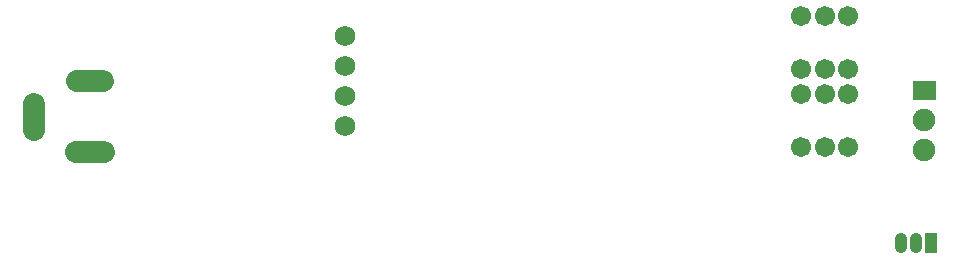
<source format=gbs>
G04 Layer: BottomSolderMaskLayer*
G04 EasyEDA v6.4.32, 2022-03-04 17:10:02*
G04 9e068ee103114b4da440d1e05eba0729,9b295ca1ffa148ecaf4cbe0d9ff7b9be,10*
G04 Gerber Generator version 0.2*
G04 Scale: 100 percent, Rotated: No, Reflected: No *
G04 Dimensions in inches *
G04 leading zeros omitted , absolute positions ,3 integer and 6 decimal *
%FSLAX36Y36*%
%MOIN*%

%ADD50C,0.0749*%
%ADD51C,0.0394*%
%ADD55C,0.0670*%
%ADD60C,0.0680*%

%LPD*%
D50*
X505965Y2283460D02*
G01*
X600453Y2283460D01*
X596516Y2519679D02*
G01*
X509902Y2519679D01*
X368040Y2444886D02*
G01*
X368040Y2358272D01*
D51*
X3257089Y1966540D02*
G01*
X3257089Y1994099D01*
X3307089Y1966540D02*
G01*
X3307089Y1994099D01*
D50*
G01*
X3334639Y2289760D03*
G01*
X3334639Y2389760D03*
G36*
X3297200Y2456799D02*
G01*
X3297200Y2522800D01*
X3372100Y2522800D01*
X3372100Y2456799D01*
G37*
D55*
G01*
X3080979Y2561140D03*
G01*
X3002240Y2561140D03*
G01*
X2923500Y2561140D03*
G01*
X2923500Y2738299D03*
G01*
X3002240Y2738299D03*
G01*
X3080979Y2738299D03*
G01*
X3080979Y2301239D03*
G01*
X3002240Y2301239D03*
G01*
X2923500Y2301239D03*
G01*
X2923500Y2478400D03*
G01*
X3002240Y2478400D03*
G01*
X3080979Y2478400D03*
D60*
G01*
X1403149Y2371660D03*
G01*
X1403149Y2471660D03*
G01*
X1403149Y2571660D03*
G01*
X1403149Y2671660D03*
G36*
X3337399Y1946799D02*
G01*
X3337399Y2013800D01*
X3376800Y2013800D01*
X3376800Y1946799D01*
G37*
M02*

</source>
